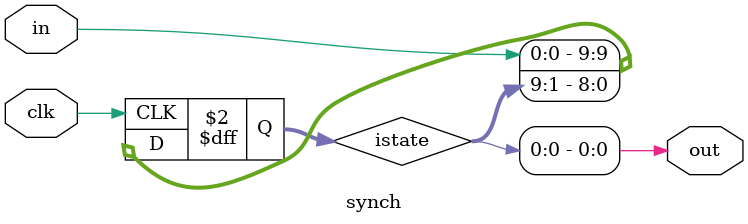
<source format=v>


`timescale 1ns / 1ps

// Basic N depth synchronizer

module synch #(parameter depth = 10)
(
	input  clk,
	input  in,
	output out
);

// ACK synchronizer
//ASYNC_REG = "TRUE", 
(* SHIFT_EXTRACT="NO", OPTIMIZE ="OFF", KEEP="yes" *)
reg  [(depth-1):0] istate;

always @(posedge clk)
	istate <= { in, istate[(depth-1):1] };

assign out = istate[0];

endmodule


</source>
